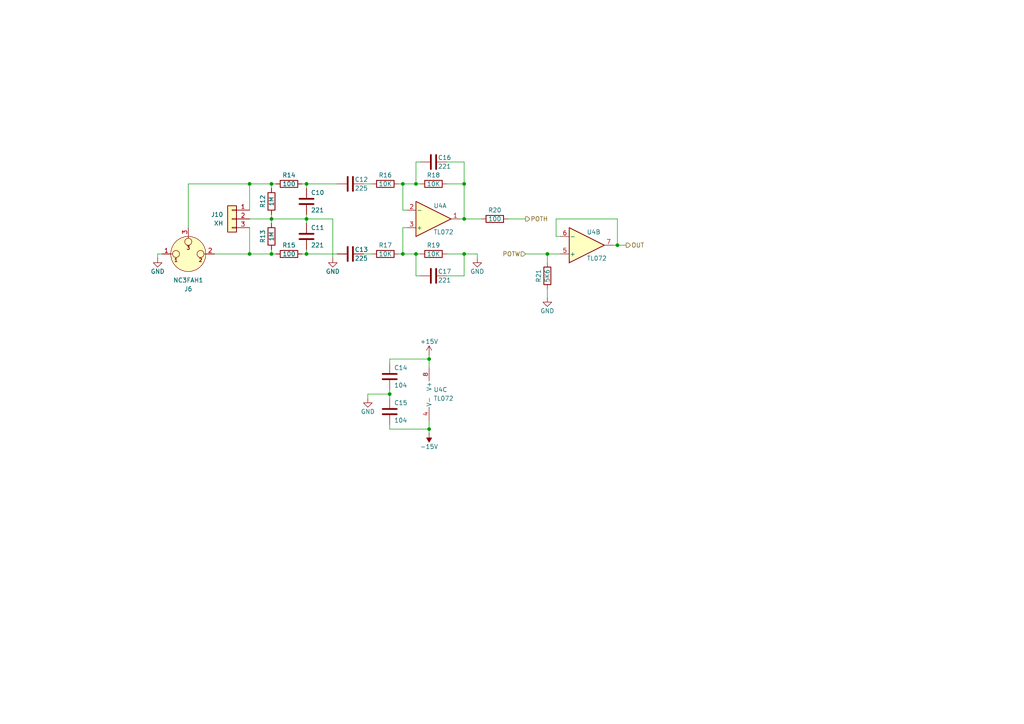
<source format=kicad_sch>
(kicad_sch (version 20231120) (generator "eeschema") (generator_version "8.0")
  (paper "A4")
  (title_block (title "Electronic crossover for 2.1 audio systems") (company "Haos Redro"))
  (lib_symbols
    (symbol "Amplifier_Operational:TL072" (pin_names (offset 0.127))
      (property "Reference" "U" (at 0 5.08 0))
      (property "Value" "TL072" (at 0 -5.08 0))
      (symbol "TL072_1_1"
        (polyline (pts (xy -5.08 5.08) (xy 5.08 0) (xy -5.08 -5.08) (xy -5.08 5.08)) (stroke (width 0.254)) (fill (type background)))
        (pin output line (at 7.62 0 180) (length 2.54) (name "~") (number "1"))
        (pin input line (at -7.62 -2.54 0) (length 2.54) (name "-") (number "2"))
        (pin input line (at -7.62 2.54 0) (length 2.54) (name "+") (number "3"))
      )
      (symbol "TL072_2_1"
        (polyline (pts (xy -5.08 5.08) (xy 5.08 0) (xy -5.08 -5.08) (xy -5.08 5.08)) (stroke (width 0.254)) (fill (type background)))
        (pin input line (at -7.62 2.54 0) (length 2.54) (name "+") (number "5"))
        (pin input line (at -7.62 -2.54 0) (length 2.54) (name "-") (number "6"))
        (pin output line (at 7.62 0 180) (length 2.54) (name "~") (number "7"))
      )
      (symbol "TL072_3_1"
        (pin power_in line (at -2.54 -7.62 90) (length 3.81) (name "V-") (number "4"))
        (pin power_in line (at -2.54 7.62 270) (length 3.81) (name "V+") (number "8"))
      )
    )
    (symbol "Connector_Audio:NC3FAH1" (pin_names hide)
      (property "Reference" "J" (at 0 8.89 0))
      (property "Value" "NC3FAH1" (at 0 6.35 0))
      (symbol "NC3FAH1_0_1"
        (circle (center -3.556 0) (radius 1.016))
        (circle (center 0 -3.556) (radius 1.016))
        (polyline (pts (xy -5.08 0) (xy -4.572 0)))
        (polyline (pts (xy 0 -5.08) (xy 0 -4.572)))
        (polyline (pts (xy 5.08 0) (xy 4.572 0)))
        (circle (center 0 0) (radius 5.08) (fill (type background)))
        (circle (center 3.556 0) (radius 1.016))
        (text "1" (at -3.556 1.778 0) (effects (font (size 1.016 1.016) (bold yes))))
        (text "2" (at 3.556 1.778 0) (effects (font (size 1.016 1.016) (bold yes))))
        (text "3" (at 0 -1.778 0) (effects (font (size 1.016 1.016) (bold yes))))
        (pin passive line (at -7.62 0 0) (length 2.54) (name "~") (number "1"))
        (pin passive line (at 7.62 0 180) (length 2.54) (name "~") (number "2"))
        (pin passive line (at 0 -7.62 90) (length 2.54) (name "~") (number "3"))
      )
    )
    (symbol "Connector_Generic:Conn_01x03" (pin_names (offset 1.016) hide)
      (property "Reference" "J" (at 0 5.08 0))
      (property "Value" "Conn_01x03" (at 0 -5.08 0))
      (symbol "Conn_01x03_1_1"
        (rectangle (start -1.27 -2.413) (end 0 -2.667) (stroke (width 0.1524)))
        (rectangle (start -1.27 0.127) (end 0 -0.127) (stroke (width 0.1524)))
        (rectangle (start -1.27 2.667) (end 0 2.413) (stroke (width 0.1524)))
        (rectangle (start -1.27 3.81) (end 1.27 -3.81) (stroke (width 0.254)) (fill (type background)))
        (pin passive line (at -5.08 2.54 0) (length 3.81) (name "Pin_1") (number "1"))
        (pin passive line (at -5.08 0 0) (length 3.81) (name "Pin_2") (number "2"))
        (pin passive line (at -5.08 -2.54 0) (length 3.81) (name "Pin_3") (number "3"))
      )
    )
    (symbol "Device:C" (pin_numbers hide) (pin_names (offset 0.254))
      (property "Reference" "C" (at 0.635 2.54 0))
      (property "Value" "C" (at 0.635 -2.54 0))
      (symbol "C_0_1"
        (polyline (pts (xy -2.032 -0.762) (xy 2.032 -0.762)) (stroke (width 0.508)))
        (polyline (pts (xy -2.032 0.762) (xy 2.032 0.762)) (stroke (width 0.508)))
      )
      (symbol "C_1_1"
        (pin passive line (at 0 3.81 270) (length 2.794) (name "~") (number "1"))
        (pin passive line (at 0 -3.81 90) (length 2.794) (name "~") (number "2"))
      )
    )
    (symbol "Device:R" (pin_numbers hide) (pin_names (offset 0))
      (property "Reference" "R" (at 2.032 0 90))
      (property "Value" "R" (at 0 0 90))
      (symbol "R_0_1"
        (rectangle (start -1.016 -2.54) (end 1.016 2.54) (stroke (width 0.254)))
      )
      (symbol "R_1_1"
        (pin passive line (at 0 3.81 270) (length 1.27) (name "~") (number "1"))
        (pin passive line (at 0 -3.81 90) (length 1.27) (name "~") (number "2"))
      )
    )
    (symbol "power:+15V" (power) (pin_numbers hide) (pin_names (offset 0) hide)
      (property "Value" "+15V" (at 0 3.556 0))
      (symbol "+15V_0_1"
        (polyline (pts (xy -0.762 1.27) (xy 0 2.54)))
        (polyline (pts (xy 0 0) (xy 0 2.54)))
        (polyline (pts (xy 0 2.54) (xy 0.762 1.27)))
      )
      (symbol "+15V_1_1"
        (pin power_in line (at 0 0 90) (length 0) (name "~") (number "1"))
      )
    )
    (symbol "power:-15V" (power) (pin_numbers hide) (pin_names (offset 0) hide)
      (property "Value" "-15V" (at 0 3.556 0))
      (symbol "-15V_0_0"
        (pin power_in line (at 0 0 90) (length 0) (name "~") (number "1"))
      )
      (symbol "-15V_0_1"
        (polyline (pts (xy 0 0) (xy 0 1.27) (xy 0.762 1.27) (xy 0 2.54) (xy -0.762 1.27) (xy 0 1.27)) (fill (type outline)))
      )
    )
    (symbol "power:GND" (power) (pin_numbers hide) (pin_names (offset 0) hide)
      (property "Value" "GND" (at 0 -3.81 0))
      (symbol "GND_0_1"
        (polyline (pts (xy 0 0) (xy 0 -1.27) (xy 1.27 -1.27) (xy 0 -2.54) (xy -1.27 -1.27) (xy 0 -1.27)))
      )
      (symbol "GND_1_1"
        (pin power_in line (at 0 0 270) (length 0) (name "~") (number "1"))
      )
    )
  )
  (junction (at 113.03 114.3))
  (junction (at 116.84 73.66))
  (junction (at 116.84 53.34))
  (junction (at 88.9 73.66))
  (junction (at 124.46 124.46))
  (junction (at 88.9 53.34))
  (junction (at 78.74 63.5))
  (junction (at 78.74 53.34))
  (junction (at 134.62 53.34))
  (junction (at 179.07 71.12))
  (junction (at 78.74 73.66))
  (junction (at 88.9 63.5))
  (junction (at 134.62 73.66))
  (junction (at 72.39 53.34))
  (junction (at 124.46 104.14))
  (junction (at 72.39 73.66))
  (junction (at 134.62 63.5))
  (junction (at 120.65 73.66))
  (junction (at 158.75 73.66))
  (junction (at 120.65 53.34))
  (wire (pts (xy 162.56 68.58) (xy 161.29 68.58)))
  (wire (pts (xy 45.72 73.66) (xy 46.99 73.66)))
  (wire (pts (xy 134.62 63.5) (xy 139.7 63.5)))
  (wire (pts (xy 87.63 53.34) (xy 88.9 53.34)))
  (wire (pts (xy 116.84 60.96) (xy 118.11 60.96)))
  (wire (pts (xy 121.92 80.01) (xy 120.65 80.01)))
  (wire (pts (xy 72.39 53.34) (xy 78.74 53.34)))
  (wire (pts (xy 88.9 53.34) (xy 88.9 54.61)))
  (wire (pts (xy 116.84 73.66) (xy 120.65 73.66)))
  (wire (pts (xy 121.92 46.99) (xy 120.65 46.99)))
  (wire (pts (xy 124.46 102.87) (xy 124.46 104.14)))
  (wire (pts (xy 96.52 63.5) (xy 96.52 74.93)))
  (wire (pts (xy 88.9 72.39) (xy 88.9 73.66)))
  (wire (pts (xy 152.4 63.5) (xy 147.32 63.5)))
  (wire (pts (xy 78.74 53.34) (xy 80.01 53.34)))
  (wire (pts (xy 113.03 123.19) (xy 113.03 124.46)))
  (wire (pts (xy 72.39 66.04) (xy 72.39 73.66)))
  (wire (pts (xy 120.65 80.01) (xy 120.65 73.66)))
  (wire (pts (xy 72.39 63.5) (xy 78.74 63.5)))
  (wire (pts (xy 78.74 63.5) (xy 78.74 64.77)))
  (wire (pts (xy 87.63 73.66) (xy 88.9 73.66)))
  (wire (pts (xy 88.9 63.5) (xy 88.9 64.77)))
  (wire (pts (xy 179.07 63.5) (xy 179.07 71.12)))
  (wire (pts (xy 134.62 73.66) (xy 134.62 80.01)))
  (wire (pts (xy 88.9 73.66) (xy 97.79 73.66)))
  (wire (pts (xy 72.39 53.34) (xy 54.61 53.34)))
  (wire (pts (xy 134.62 53.34) (xy 134.62 46.99)))
  (wire (pts (xy 124.46 124.46) (xy 124.46 121.92)))
  (wire (pts (xy 78.74 53.34) (xy 78.74 54.61)))
  (wire (pts (xy 158.75 83.82) (xy 158.75 86.36)))
  (wire (pts (xy 78.74 73.66) (xy 80.01 73.66)))
  (wire (pts (xy 113.03 113.03) (xy 113.03 114.3)))
  (wire (pts (xy 179.07 71.12) (xy 177.8 71.12)))
  (wire (pts (xy 62.23 73.66) (xy 72.39 73.66)))
  (wire (pts (xy 161.29 63.5) (xy 179.07 63.5)))
  (wire (pts (xy 120.65 46.99) (xy 120.65 53.34)))
  (wire (pts (xy 88.9 62.23) (xy 88.9 63.5)))
  (wire (pts (xy 106.68 114.3) (xy 106.68 115.57)))
  (wire (pts (xy 158.75 73.66) (xy 162.56 73.66)))
  (wire (pts (xy 129.54 73.66) (xy 134.62 73.66)))
  (wire (pts (xy 113.03 114.3) (xy 106.68 114.3)))
  (wire (pts (xy 115.57 53.34) (xy 116.84 53.34)))
  (wire (pts (xy 134.62 46.99) (xy 129.54 46.99)))
  (wire (pts (xy 113.03 105.41) (xy 113.03 104.14)))
  (wire (pts (xy 120.65 73.66) (xy 121.92 73.66)))
  (wire (pts (xy 105.41 53.34) (xy 107.95 53.34)))
  (wire (pts (xy 158.75 73.66) (xy 158.75 76.2)))
  (wire (pts (xy 54.61 53.34) (xy 54.61 66.04)))
  (wire (pts (xy 113.03 124.46) (xy 124.46 124.46)))
  (wire (pts (xy 113.03 114.3) (xy 113.03 115.57)))
  (wire (pts (xy 45.72 74.93) (xy 45.72 73.66)))
  (wire (pts (xy 124.46 125.73) (xy 124.46 124.46)))
  (wire (pts (xy 179.07 71.12) (xy 181.61 71.12)))
  (wire (pts (xy 116.84 53.34) (xy 116.84 60.96)))
  (wire (pts (xy 105.41 73.66) (xy 107.95 73.66)))
  (wire (pts (xy 72.39 73.66) (xy 78.74 73.66)))
  (wire (pts (xy 113.03 104.14) (xy 124.46 104.14)))
  (wire (pts (xy 72.39 60.96) (xy 72.39 53.34)))
  (wire (pts (xy 120.65 53.34) (xy 121.92 53.34)))
  (wire (pts (xy 88.9 53.34) (xy 97.79 53.34)))
  (wire (pts (xy 78.74 72.39) (xy 78.74 73.66)))
  (wire (pts (xy 161.29 68.58) (xy 161.29 63.5)))
  (wire (pts (xy 134.62 63.5) (xy 134.62 53.34)))
  (wire (pts (xy 134.62 80.01) (xy 129.54 80.01)))
  (wire (pts (xy 115.57 73.66) (xy 116.84 73.66)))
  (wire (pts (xy 78.74 62.23) (xy 78.74 63.5)))
  (wire (pts (xy 138.43 73.66) (xy 138.43 74.93)))
  (wire (pts (xy 78.74 63.5) (xy 88.9 63.5)))
  (wire (pts (xy 118.11 66.04) (xy 116.84 66.04)))
  (wire (pts (xy 152.4 73.66) (xy 158.75 73.66)))
  (wire (pts (xy 116.84 53.34) (xy 120.65 53.34)))
  (wire (pts (xy 133.35 63.5) (xy 134.62 63.5)))
  (wire (pts (xy 124.46 104.14) (xy 124.46 106.68)))
  (wire (pts (xy 116.84 66.04) (xy 116.84 73.66)))
  (wire (pts (xy 88.9 63.5) (xy 96.52 63.5)))
  (wire (pts (xy 129.54 53.34) (xy 134.62 53.34)))
  (wire (pts (xy 134.62 73.66) (xy 138.43 73.66)))
  (hierarchical_label "OUT" (shape output) (at 181.61 71.12 0))
  (hierarchical_label "POTH" (shape output) (at 152.4 63.5 0))
  (hierarchical_label "POTW" (shape input) (at 152.4 73.66 180))
  (symbol (lib_id "Device:C") (at 125.73 46.99 90) (unit 1)
    (property "Reference" "C16" (at 127 45.72 90) (effects (justify right)))
    (property "Value" "221" (at 127 48.26 90) (effects (justify right)))
    (property "Footprint" "Capacitor_SMD:C_0805_2012Metric" (effects (hide yes)))
    (property "Description" "Unpolarized capacitor" (effects (hide yes)))
    (instances (project "0000.011D" (path "" (reference "C16") (unit 1)) (path "" (reference "C24") (unit 1))))
  )
  (symbol (lib_id "Device:R") (at 125.73 53.34 90) (unit 1)
    (property "Reference" "R18" (at 125.73 50.8 90))
    (property "Value" "10K" (at 125.73 53.34 90))
    (property "Footprint" "Resistor_SMD:R_0805_2012Metric" (effects (hide yes)))
    (property "Description" "Resistor" (effects (hide yes)))
    (instances (project "0000.011D" (path "" (reference "R18") (unit 1)) (path "" (reference "R28") (unit 1))))
  )
  (symbol (lib_id "Device:C") (at 88.9 58.42 0) (unit 1)
    (property "Reference" "C10" (at 90.17 55.88 0) (effects (justify left)))
    (property "Value" "221" (at 90.17 60.96 0) (effects (justify left)))
    (property "Footprint" "Capacitor_SMD:C_0805_2012Metric" (effects (hide yes)))
    (property "Description" "Unpolarized capacitor" (effects (hide yes)))
    (instances (project "0000.011D" (path "" (reference "C10") (unit 1)) (path "" (reference "C18") (unit 1))))
  )
  (symbol (lib_id "Amplifier_Operational:TL072") (at 127 114.3 0) (unit 3)
    (property "Reference" "U4" (at 125.73 113.0299 0) (effects (justify left)))
    (property "Value" "TL072" (at 125.73 115.5699 0) (effects (justify left)))
    (property "Footprint" "Package_SO:SOIC-8_3.9x4.9mm_P1.27mm" (effects (hide yes)))
    (property "Datasheet" "http://www.ti.com/lit/ds/symlink/tl071.pdf" (effects (hide yes)))
    (property "Description" "Dual Low-Noise JFET-Input Operational Amplifiers, DIP-8/SOIC-8" (effects (hide yes)))
    (instances (project "" (path "" (reference "U4") (unit 3)) (path "" (reference "U5") (unit 3))))
  )
  (symbol (lib_id "power:GND") (at 96.52 74.93 0) (unit 1)
    (property "Reference" "#PWR017" (effects (hide yes)))
    (property "Value" "GND" (at 96.52 78.74 0))
    (property "Description" "Power symbol creates a global label with name \"GND\" , ground" (effects (hide yes)))
    (instances (project "0000.011D" (path "" (reference "#PWR017") (unit 1)) (path "" (reference "#PWR023") (unit 1))))
  )
  (symbol (lib_id "Device:C") (at 101.6 73.66 90) (unit 1)
    (property "Reference" "C13" (at 102.87 72.39 90) (effects (justify right)))
    (property "Value" "225" (at 102.87 74.93 90) (effects (justify right)))
    (property "Footprint" "Capacitor_THT:C_Rect_L10.3mm_W5.7mm_P7.50mm_MKS4" (effects (hide yes)))
    (property "Description" "Unpolarized capacitor" (effects (hide yes)))
    (instances (project "0000.011D" (path "" (reference "C13") (unit 1)) (path "" (reference "C21") (unit 1))))
  )
  (symbol (lib_id "Connector_Generic:Conn_01x03") (at 67.31 63.5 0) (mirror y) (unit 1)
    (property "Reference" "J10" (at 64.77 62.2299 0) (effects (justify left)))
    (property "Value" "XH" (at 64.77 64.7699 0) (effects (justify left)))
    (property "Footprint" "Connector_JST:JST_XH_B3B-XH-AM_1x03_P2.50mm_Vertical" (effects (hide yes)))
    (property "Description" "Generic connector, single row, 01x03, script generated (kicad-library-utils/schlib/autogen/connector/)" (effects (hide yes)))
    (instances (project "0000.011D" (path "" (reference "J10") (unit 1)) (path "" (reference "J12") (unit 1))))
  )
  (symbol (lib_id "Device:R") (at 83.82 53.34 90) (unit 1)
    (property "Reference" "R14" (at 83.82 50.8 90))
    (property "Value" "100" (at 83.82 53.34 90))
    (property "Footprint" "Resistor_SMD:R_0805_2012Metric" (effects (hide yes)))
    (property "Description" "Resistor" (effects (hide yes)))
    (instances (project "0000.011D" (path "" (reference "R14") (unit 1)) (path "" (reference "R24") (unit 1))))
  )
  (symbol (lib_id "power:+15V") (at 124.46 102.87 0) (unit 1)
    (property "Reference" "#PWR019" (effects (hide yes)))
    (property "Value" "+15V" (at 124.46 99.06 0))
    (property "Description" "Power symbol creates a global label with name \"+15V\"" (effects (hide yes)))
    (instances (project "0000.011D" (path "" (reference "#PWR019") (unit 1)) (path "" (reference "#PWR025") (unit 1))))
  )
  (symbol (lib_id "Device:R") (at 158.75 80.01 180) (unit 1)
    (property "Reference" "R21" (at 156.21 80.01 90))
    (property "Value" "5K6" (at 158.75 80.01 90))
    (property "Footprint" "Resistor_SMD:R_0805_2012Metric" (effects (hide yes)))
    (property "Description" "Resistor" (effects (hide yes)))
    (instances (project "0000.011D" (path "" (reference "R21") (unit 1)) (path "" (reference "R31") (unit 1))))
  )
  (symbol (lib_id "Device:C") (at 113.03 119.38 0) (unit 1)
    (property "Reference" "C15" (at 114.3 116.84 0) (effects (justify left)))
    (property "Value" "104" (at 114.3 121.92 0) (effects (justify left)))
    (property "Footprint" "Capacitor_SMD:C_0805_2012Metric" (effects (hide yes)))
    (property "Description" "Unpolarized capacitor" (effects (hide yes)))
    (instances (project "0000.011D" (path "" (reference "C15") (unit 1)) (path "" (reference "C23") (unit 1))))
  )
  (symbol (lib_id "Device:C") (at 113.03 109.22 0) (unit 1)
    (property "Reference" "C14" (at 114.3 106.68 0) (effects (justify left)))
    (property "Value" "104" (at 114.3 111.76 0) (effects (justify left)))
    (property "Footprint" "Capacitor_SMD:C_0805_2012Metric" (effects (hide yes)))
    (property "Description" "Unpolarized capacitor" (effects (hide yes)))
    (instances (project "0000.011D" (path "" (reference "C14") (unit 1)) (path "" (reference "C22") (unit 1))))
  )
  (symbol (lib_id "Device:R") (at 111.76 73.66 90) (unit 1)
    (property "Reference" "R17" (at 111.76 71.12 90))
    (property "Value" "10K" (at 111.76 73.66 90))
    (property "Footprint" "Resistor_SMD:R_0805_2012Metric" (effects (hide yes)))
    (property "Description" "Resistor" (effects (hide yes)))
    (instances (project "0000.011D" (path "" (reference "R17") (unit 1)) (path "" (reference "R27") (unit 1))))
  )
  (symbol (lib_id "Amplifier_Operational:TL072") (at 125.73 63.5 0) (mirror x) (unit 1)
    (property "Reference" "U4" (at 125.73 59.69 0) (effects (justify left)))
    (property "Value" "TL072" (at 125.73 67.31 0) (effects (justify left)))
    (property "Footprint" "Package_SO:SOIC-8_3.9x4.9mm_P1.27mm" (effects (hide yes)))
    (property "Datasheet" "http://www.ti.com/lit/ds/symlink/tl071.pdf" (effects (hide yes)))
    (property "Description" "Dual Low-Noise JFET-Input Operational Amplifiers, DIP-8/SOIC-8" (effects (hide yes)))
    (instances (project "" (path "" (reference "U4") (unit 1)) (path "" (reference "U5") (unit 1))))
  )
  (symbol (lib_id "power:GND") (at 45.72 74.93 0) (unit 1)
    (property "Reference" "#PWR7" (effects (hide yes)))
    (property "Value" "GND" (at 45.72 78.74 0))
    (property "Description" "Power symbol creates a global label with name \"GND\" , ground" (effects (hide yes)))
    (instances (project "0000.011D" (path "" (reference "#PWR7") (unit 1)) (path "" (reference "#PWR9") (unit 1))))
  )
  (symbol (lib_id "Device:R") (at 83.82 73.66 90) (unit 1)
    (property "Reference" "R15" (at 83.82 71.12 90))
    (property "Value" "100" (at 83.82 73.66 90))
    (property "Footprint" "Resistor_SMD:R_0805_2012Metric" (effects (hide yes)))
    (property "Description" "Resistor" (effects (hide yes)))
    (instances (project "0000.011D" (path "" (reference "R15") (unit 1)) (path "" (reference "R25") (unit 1))))
  )
  (symbol (lib_id "Device:R") (at 78.74 58.42 180) (unit 1)
    (property "Reference" "R12" (at 76.2 58.42 90))
    (property "Value" "1M" (at 78.74 58.42 90))
    (property "Footprint" "Resistor_SMD:R_0805_2012Metric" (effects (hide yes)))
    (property "Description" "Resistor" (effects (hide yes)))
    (instances (project "0000.011D" (path "" (reference "R12") (unit 1)) (path "" (reference "R22") (unit 1))))
  )
  (symbol (lib_id "Device:C") (at 101.6 53.34 90) (unit 1)
    (property "Reference" "C12" (at 102.87 52.07 90) (effects (justify right)))
    (property "Value" "225" (at 102.87 54.61 90) (effects (justify right)))
    (property "Footprint" "Capacitor_THT:C_Rect_L10.3mm_W5.7mm_P7.50mm_MKS4" (effects (hide yes)))
    (property "Description" "Unpolarized capacitor" (effects (hide yes)))
    (instances (project "0000.011D" (path "" (reference "C12") (unit 1)) (path "" (reference "C20") (unit 1))))
  )
  (symbol (lib_id "power:-15V") (at 124.46 125.73 0) (mirror x) (unit 1)
    (property "Reference" "#PWR020" (effects (hide yes)))
    (property "Value" "-15V" (at 124.46 129.54 0))
    (property "Description" "Power symbol creates a global label with name \"-15V\"" (effects (hide yes)))
    (instances (project "0000.011D" (path "" (reference "#PWR020") (unit 1)) (path "" (reference "#PWR026") (unit 1))))
  )
  (symbol (lib_id "Amplifier_Operational:TL072") (at 170.18 71.12 0) (mirror x) (unit 2)
    (property "Reference" "U4" (at 170.18 67.31 0) (effects (justify left)))
    (property "Value" "TL072" (at 170.18 74.93 0) (effects (justify left)))
    (property "Footprint" "Package_SO:SOIC-8_3.9x4.9mm_P1.27mm" (effects (hide yes)))
    (property "Datasheet" "http://www.ti.com/lit/ds/symlink/tl071.pdf" (effects (hide yes)))
    (property "Description" "Dual Low-Noise JFET-Input Operational Amplifiers, DIP-8/SOIC-8" (effects (hide yes)))
    (instances (project "" (path "" (reference "U4") (unit 2)) (path "" (reference "U5") (unit 2))))
  )
  (symbol (lib_id "power:GND") (at 138.43 74.93 0) (unit 1)
    (property "Reference" "#PWR021" (effects (hide yes)))
    (property "Value" "GND" (at 138.43 78.74 0))
    (property "Description" "Power symbol creates a global label with name \"GND\" , ground" (effects (hide yes)))
    (instances (project "0000.011D" (path "" (reference "#PWR021") (unit 1)) (path "" (reference "#PWR027") (unit 1))))
  )
  (symbol (lib_id "Connector_Audio:NC3FAH1") (at 54.61 73.66 0) (mirror x) (unit 1)
    (property "Reference" "J6" (at 54.61 83.82 0))
    (property "Value" "NC3FAH1" (at 54.61 81.28 0))
    (property "Footprint" "Connector_Audio:Jack_XLR_Neutrik_NC3FAH1_Horizontal" (effects (hide yes)))
    (property "Datasheet" "https://www.neutrik.com/en/product/nc3fah1" (effects (hide yes)))
    (property "Description" "A Series, 3 pole female XLR receptacle, grounding: mating connector shell to pin1 and front panel, horizontal PCB mount" (effects (hide yes)))
    (instances (project "" (path "" (reference "J6") (unit 1)) (path "" (reference "J8") (unit 1))))
  )
  (symbol (lib_id "power:GND") (at 158.75 86.36 0) (unit 1)
    (property "Reference" "#PWR022" (effects (hide yes)))
    (property "Value" "GND" (at 158.75 90.17 0))
    (property "Description" "Power symbol creates a global label with name \"GND\" , ground" (effects (hide yes)))
    (instances (project "0000.011D" (path "" (reference "#PWR022") (unit 1)) (path "" (reference "#PWR028") (unit 1))))
  )
  (symbol (lib_id "Device:R") (at 143.51 63.5 90) (unit 1)
    (property "Reference" "R20" (at 143.51 60.96 90))
    (property "Value" "100" (at 143.51 63.5 90))
    (property "Footprint" "Resistor_SMD:R_0805_2012Metric" (effects (hide yes)))
    (property "Description" "Resistor" (effects (hide yes)))
    (instances (project "0000.011D" (path "" (reference "R20") (unit 1)) (path "" (reference "R30") (unit 1))))
  )
  (symbol (lib_id "Device:R") (at 111.76 53.34 90) (unit 1)
    (property "Reference" "R16" (at 111.76 50.8 90))
    (property "Value" "10K" (at 111.76 53.34 90))
    (property "Footprint" "Resistor_SMD:R_0805_2012Metric" (effects (hide yes)))
    (property "Description" "Resistor" (effects (hide yes)))
    (instances (project "0000.011D" (path "" (reference "R16") (unit 1)) (path "" (reference "R26") (unit 1))))
  )
  (symbol (lib_id "Device:R") (at 125.73 73.66 90) (unit 1)
    (property "Reference" "R19" (at 125.73 71.12 90))
    (property "Value" "10K" (at 125.73 73.66 90))
    (property "Footprint" "Resistor_SMD:R_0805_2012Metric" (effects (hide yes)))
    (property "Description" "Resistor" (effects (hide yes)))
    (instances (project "0000.011D" (path "" (reference "R19") (unit 1)) (path "" (reference "R29") (unit 1))))
  )
  (symbol (lib_id "power:GND") (at 106.68 115.57 0) (unit 1)
    (property "Reference" "#PWR018" (effects (hide yes)))
    (property "Value" "GND" (at 106.68 119.38 0))
    (property "Description" "Power symbol creates a global label with name \"GND\" , ground" (effects (hide yes)))
    (instances (project "0000.011D" (path "" (reference "#PWR018") (unit 1)) (path "" (reference "#PWR024") (unit 1))))
  )
  (symbol (lib_id "Device:R") (at 78.74 68.58 180) (unit 1)
    (property "Reference" "R13" (at 76.2 68.58 90))
    (property "Value" "1M" (at 78.74 68.58 90))
    (property "Footprint" "Resistor_SMD:R_0805_2012Metric" (effects (hide yes)))
    (property "Description" "Resistor" (effects (hide yes)))
    (instances (project "0000.011D" (path "" (reference "R13") (unit 1)) (path "" (reference "R23") (unit 1))))
  )
  (symbol (lib_id "Device:C") (at 125.73 80.01 90) (unit 1)
    (property "Reference" "C17" (at 127 78.74 90) (effects (justify right)))
    (property "Value" "221" (at 127 81.28 90) (effects (justify right)))
    (property "Footprint" "Capacitor_SMD:C_0805_2012Metric" (effects (hide yes)))
    (property "Description" "Unpolarized capacitor" (effects (hide yes)))
    (instances (project "0000.011D" (path "" (reference "C17") (unit 1)) (path "" (reference "C25") (unit 1))))
  )
  (symbol (lib_id "Device:C") (at 88.9 68.58 0) (unit 1)
    (property "Reference" "C11" (at 90.17 66.04 0) (effects (justify left)))
    (property "Value" "221" (at 90.17 71.12 0) (effects (justify left)))
    (property "Footprint" "Capacitor_SMD:C_0805_2012Metric" (effects (hide yes)))
    (property "Description" "Unpolarized capacitor" (effects (hide yes)))
    (instances (project "0000.011D" (path "" (reference "C11") (unit 1)) (path "" (reference "C19") (unit 1))))
  )
)
</source>
